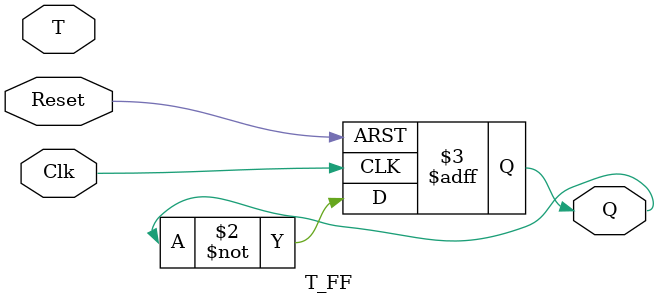
<source format=v>
`timescale 1ns / 1ps
module Ripple_Counter(
    input T,
    input Clk,
    input Reset,
    output [3:0] Q
);

    T_FF FF0 (.T(1'b1), .Clk(Clk), .Reset(Reset), .Q(Q[0]));
    T_FF FF1 (.T(1'b1), .Clk(Q[0]), .Reset(Reset), .Q(Q[1]));
    T_FF FF2 (.T(1'b1), .Clk(Q[1]), .Reset(Reset), .Q(Q[2]));
    T_FF FF3 (.T(1'b1), .Clk(Q[2]), .Reset(Reset), .Q(Q[3]));
endmodule

module T_FF(
    input T,
    input Clk,
    input Reset,
    output reg Q
);
    always @(negedge Clk or posedge Reset) begin
        if (Reset) begin
            Q <= 0;
        end
        else begin
            Q <= ~Q;
        end
    end
endmodule

</source>
